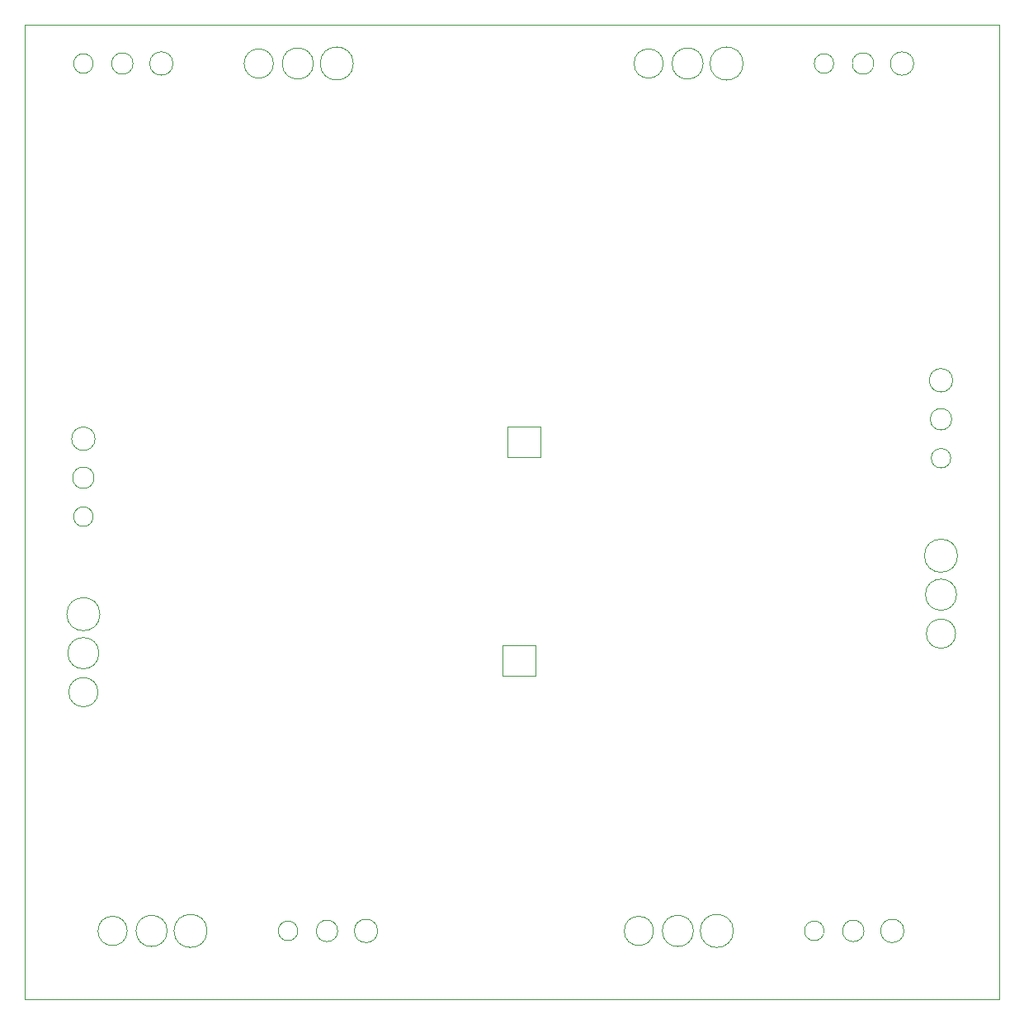
<source format=gbr>
G04 #@! TF.GenerationSoftware,KiCad,Pcbnew,(6.0.2)*
G04 #@! TF.CreationDate,2022-03-11T19:19:16+08:00*
G04 #@! TF.ProjectId,test,74657374-2e6b-4696-9361-645f70636258,rev?*
G04 #@! TF.SameCoordinates,Original*
G04 #@! TF.FileFunction,Profile,NP*
%FSLAX46Y46*%
G04 Gerber Fmt 4.6, Leading zero omitted, Abs format (unit mm)*
G04 Created by KiCad (PCBNEW (6.0.2)) date 2022-03-11 19:19:16*
%MOMM*%
%LPD*%
G01*
G04 APERTURE LIST*
G04 #@! TA.AperFunction,Profile*
%ADD10C,0.100000*%
G04 #@! TD*
G04 #@! TA.AperFunction,Profile*
%ADD11C,0.120000*%
G04 #@! TD*
G04 APERTURE END LIST*
D10*
X36200000Y7000000D02*
G75*
G03*
X36200000Y7000000I-1200000J0D01*
G01*
X90200000Y7000000D02*
G75*
G03*
X90200000Y7000000I-1200000J0D01*
G01*
X65500000Y96000000D02*
G75*
G03*
X65500000Y96000000I-1500000J0D01*
G01*
X95600000Y41500000D02*
G75*
G03*
X95600000Y41500000I-1600000J0D01*
G01*
X25500000Y96000000D02*
G75*
G03*
X25500000Y96000000I-1500000J0D01*
G01*
X29600000Y96000000D02*
G75*
G03*
X29600000Y96000000I-1600000J0D01*
G01*
X91200000Y96000000D02*
G75*
G03*
X91200000Y96000000I-1200000J0D01*
G01*
X7700000Y39500000D02*
G75*
G03*
X7700000Y39500000I-1700000J0D01*
G01*
X73700000Y96000000D02*
G75*
G03*
X73700000Y96000000I-1700000J0D01*
G01*
X95000000Y55500000D02*
G75*
G03*
X95000000Y55500000I-1000000J0D01*
G01*
X10500000Y7000000D02*
G75*
G03*
X10500000Y7000000I-1500000J0D01*
G01*
X7500000Y31500000D02*
G75*
G03*
X7500000Y31500000I-1500000J0D01*
G01*
X7200000Y57500000D02*
G75*
G03*
X7200000Y57500000I-1200000J0D01*
G01*
X95500000Y37500000D02*
G75*
G03*
X95500000Y37500000I-1500000J0D01*
G01*
X95100000Y59500000D02*
G75*
G03*
X95100000Y59500000I-1100000J0D01*
G01*
X69600000Y96000000D02*
G75*
G03*
X69600000Y96000000I-1600000J0D01*
G01*
X7600000Y35500000D02*
G75*
G03*
X7600000Y35500000I-1600000J0D01*
G01*
X72700000Y7000000D02*
G75*
G03*
X72700000Y7000000I-1700000J0D01*
G01*
X15200000Y96000000D02*
G75*
G03*
X15200000Y96000000I-1200000J0D01*
G01*
X0Y0D02*
X100000000Y0D01*
X100000000Y0D02*
X100000000Y100000000D01*
X100000000Y100000000D02*
X0Y100000000D01*
X0Y100000000D02*
X0Y0D01*
X68600000Y7000000D02*
G75*
G03*
X68600000Y7000000I-1600000J0D01*
G01*
X7000000Y49500000D02*
G75*
G03*
X7000000Y49500000I-1000000J0D01*
G01*
X87100000Y96000000D02*
G75*
G03*
X87100000Y96000000I-1100000J0D01*
G01*
X18700000Y7000000D02*
G75*
G03*
X18700000Y7000000I-1700000J0D01*
G01*
X14600000Y7000000D02*
G75*
G03*
X14600000Y7000000I-1600000J0D01*
G01*
X28000000Y7000000D02*
G75*
G03*
X28000000Y7000000I-1000000J0D01*
G01*
X95200000Y63500000D02*
G75*
G03*
X95200000Y63500000I-1200000J0D01*
G01*
X64500000Y7000000D02*
G75*
G03*
X64500000Y7000000I-1500000J0D01*
G01*
X86100000Y7000000D02*
G75*
G03*
X86100000Y7000000I-1100000J0D01*
G01*
X83000000Y96000000D02*
G75*
G03*
X83000000Y96000000I-1000000J0D01*
G01*
X95700000Y45500000D02*
G75*
G03*
X95700000Y45500000I-1700000J0D01*
G01*
X32100000Y7000000D02*
G75*
G03*
X32100000Y7000000I-1100000J0D01*
G01*
X11100000Y96000000D02*
G75*
G03*
X11100000Y96000000I-1100000J0D01*
G01*
X82000000Y7000000D02*
G75*
G03*
X82000000Y7000000I-1000000J0D01*
G01*
X7000000Y96000000D02*
G75*
G03*
X7000000Y96000000I-1000000J0D01*
G01*
X7100000Y53500000D02*
G75*
G03*
X7100000Y53500000I-1100000J0D01*
G01*
X33700000Y96000000D02*
G75*
G03*
X33700000Y96000000I-1700000J0D01*
G01*
D11*
X49550000Y58730000D02*
X52900000Y58730000D01*
X52900000Y58730000D02*
X52900000Y55580000D01*
X52900000Y55580000D02*
X49550000Y55580000D01*
X49550000Y55580000D02*
X49550000Y58730000D01*
X49050000Y36330000D02*
X52400000Y36330000D01*
X52400000Y36330000D02*
X52400000Y33180000D01*
X52400000Y33180000D02*
X49050000Y33180000D01*
X49050000Y33180000D02*
X49050000Y36330000D01*
M02*

</source>
